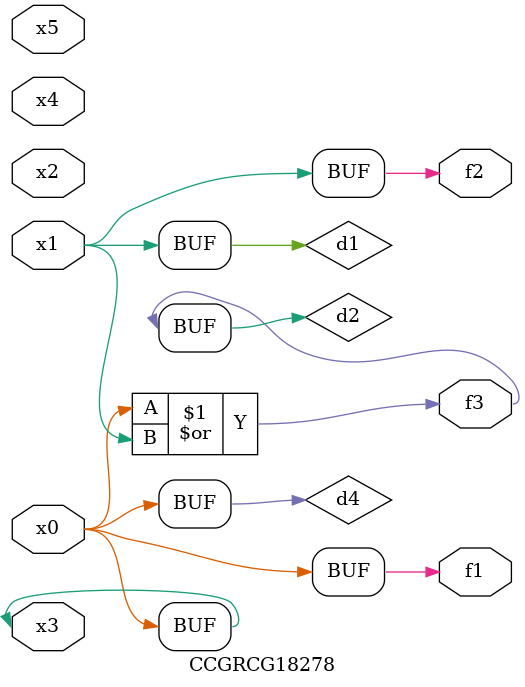
<source format=v>
module CCGRCG18278(
	input x0, x1, x2, x3, x4, x5,
	output f1, f2, f3
);

	wire d1, d2, d3, d4;

	and (d1, x1);
	or (d2, x0, x1);
	nand (d3, x0, x5);
	buf (d4, x0, x3);
	assign f1 = d4;
	assign f2 = d1;
	assign f3 = d2;
endmodule

</source>
